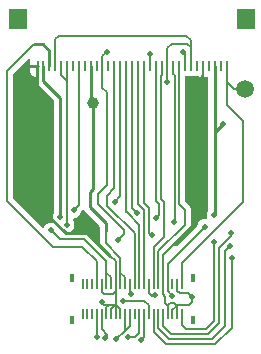
<source format=gbr>
%TF.GenerationSoftware,KiCad,Pcbnew,6.0.7-f9a2dced07~116~ubuntu20.04.1*%
%TF.CreationDate,2022-09-27T22:25:40+02:00*%
%TF.ProjectId,S3-44-to-33-FPC,53332d34-342d-4746-9f2d-33332d465043,1.0*%
%TF.SameCoordinates,Original*%
%TF.FileFunction,Copper,L1,Top*%
%TF.FilePolarity,Positive*%
%FSLAX46Y46*%
G04 Gerber Fmt 4.6, Leading zero omitted, Abs format (unit mm)*
G04 Created by KiCad (PCBNEW 6.0.7-f9a2dced07~116~ubuntu20.04.1) date 2022-09-27 22:25:40*
%MOMM*%
%LPD*%
G01*
G04 APERTURE LIST*
%TA.AperFunction,SMDPad,CuDef*%
%ADD10R,0.254000X0.812800*%
%TD*%
%TA.AperFunction,SMDPad,CuDef*%
%ADD11R,1.524000X1.701800*%
%TD*%
%TA.AperFunction,SMDPad,CuDef*%
%ADD12C,1.500000*%
%TD*%
%TA.AperFunction,SMDPad,CuDef*%
%ADD13C,1.000000*%
%TD*%
%TA.AperFunction,SMDPad,CuDef*%
%ADD14R,0.127000X0.863600*%
%TD*%
%TA.AperFunction,SMDPad,CuDef*%
%ADD15R,0.330200X0.711200*%
%TD*%
%TA.AperFunction,ViaPad*%
%ADD16C,0.500000*%
%TD*%
%TA.AperFunction,Conductor*%
%ADD17C,0.200000*%
%TD*%
%TA.AperFunction,Conductor*%
%ADD18C,0.250000*%
%TD*%
G04 APERTURE END LIST*
D10*
%TO.P,J1,1,VNEG*%
%TO.N,/-15V*%
X121574999Y-94415650D03*
%TO.P,J1,2,NC*%
%TO.N,unconnected-(J1-Pad2)*%
X121075000Y-94415650D03*
%TO.P,J1,3,VPOS*%
%TO.N,/15V*%
X120574999Y-94415650D03*
%TO.P,J1,4,NC*%
%TO.N,unconnected-(J1-Pad4)*%
X120075000Y-94415650D03*
%TO.P,J1,5,VSS*%
%TO.N,GND*%
X119574998Y-94415650D03*
%TO.P,J1,6,NC*%
%TO.N,unconnected-(J1-Pad6)*%
X119074999Y-94415650D03*
%TO.P,J1,7,VDD*%
%TO.N,EPD_VDD*%
X118575000Y-94415650D03*
%TO.P,J1,8,CKH*%
%TO.N,/EP_CKH*%
X118074999Y-94415650D03*
%TO.P,J1,9,LEH*%
%TO.N,/EP_LE*%
X117575000Y-94415650D03*
%TO.P,J1,10,OEH*%
%TO.N,/EP_OE*%
X117074998Y-94415650D03*
%TO.P,J1,11,RL*%
%TO.N,EPD_VDD*%
X116574999Y-94415650D03*
%TO.P,J1,12,STH*%
%TO.N,/EP_STH*%
X116075000Y-94415650D03*
%TO.P,J1,13,D0*%
%TO.N,/EP_D0*%
X115574999Y-94415650D03*
%TO.P,J1,14,D1*%
%TO.N,/EP_D1*%
X115075000Y-94415650D03*
%TO.P,J1,15,D2*%
%TO.N,/EP_D2*%
X114574998Y-94415650D03*
%TO.P,J1,16,D3*%
%TO.N,/EP_D3*%
X114074999Y-94415650D03*
%TO.P,J1,17,D4*%
%TO.N,/EP_D4*%
X113575000Y-94415650D03*
%TO.P,J1,18,D5*%
%TO.N,/EP_D5*%
X113074998Y-94415650D03*
%TO.P,J1,19,D6*%
%TO.N,/EP_D6*%
X112574999Y-94415650D03*
%TO.P,J1,20,D7*%
%TO.N,/EP_D7*%
X112075000Y-94415650D03*
%TO.P,J1,21,NC*%
%TO.N,unconnected-(J1-Pad21)*%
X111574999Y-94415650D03*
%TO.P,J1,22,VCOM*%
%TO.N,/EP_VCOM*%
X111075000Y-94415650D03*
%TO.P,J1,23,NC*%
%TO.N,unconnected-(J1-Pad23)*%
X110574998Y-94415650D03*
%TO.P,J1,24,VGG*%
%TO.N,/+22V*%
X110074999Y-94415650D03*
%TO.P,J1,25,NC*%
%TO.N,unconnected-(J1-Pad25)*%
X109575000Y-94415650D03*
%TO.P,J1,26,VEE*%
%TO.N,/-20V*%
X109074999Y-94415650D03*
%TO.P,J1,27,NC*%
%TO.N,unconnected-(J1-Pad27)*%
X108575000Y-94415650D03*
%TO.P,J1,28,MODE2*%
%TO.N,/EP_MODE*%
X108074998Y-94415650D03*
%TO.P,J1,29,MODE1*%
X107574999Y-94415650D03*
%TO.P,J1,30,UD*%
%TO.N,EPD_VDD*%
X107075000Y-94415650D03*
%TO.P,J1,31,STV*%
%TO.N,/EP_STV*%
X106574999Y-94415650D03*
%TO.P,J1,32,CKV*%
%TO.N,/EP_CKV*%
X106075000Y-94415650D03*
%TO.P,J1,33,BORDER*%
%TO.N,GND*%
X105574998Y-94415650D03*
D11*
%TO.P,J1,34,CASE_1*%
%TO.N,unconnected-(J1-Pad34)*%
X103923000Y-90402450D03*
%TO.P,J1,35,CASE_2*%
%TO.N,unconnected-(J1-Pad35)*%
X123227000Y-90402450D03*
%TD*%
D12*
%TO.P,T-15,1,1*%
%TO.N,/-15V*%
X123175000Y-96350000D03*
%TD*%
D13*
%TO.P,T+22,1,1*%
%TO.N,/+22V*%
X110250000Y-97525000D03*
%TD*%
D14*
%TO.P,J2,1,1*%
%TO.N,/-15V*%
X117799999Y-112880000D03*
%TO.P,J2,2,2*%
%TO.N,/15V*%
X117799999Y-115420000D03*
%TO.P,J2,3,3*%
%TO.N,GND*%
X117400000Y-112880000D03*
%TO.P,J2,4,4*%
X117400000Y-115420000D03*
%TO.P,J2,5,5*%
%TO.N,unconnected-(J2-Pad5)*%
X116999998Y-112880000D03*
%TO.P,J2,6,6*%
%TO.N,GND*%
X116999998Y-115420000D03*
%TO.P,J2,7,7*%
%TO.N,EPD_VDD*%
X116599999Y-112880000D03*
%TO.P,J2,8,8*%
%TO.N,GND*%
X116599999Y-115420000D03*
%TO.P,J2,9,9*%
X116200000Y-112880000D03*
%TO.P,J2,10,10*%
%TO.N,/EP_CKH*%
X116200000Y-115420000D03*
%TO.P,J2,11,11*%
%TO.N,/EP_LE*%
X115800001Y-112880000D03*
%TO.P,J2,12,12*%
%TO.N,/EP_OE*%
X115800001Y-115420000D03*
%TO.P,J2,13,13*%
%TO.N,/EP_STH*%
X115399999Y-112880000D03*
%TO.P,J2,14,14*%
%TO.N,/EP_D0*%
X115399999Y-115420000D03*
%TO.P,J2,15,15*%
%TO.N,/EP_D1*%
X115000000Y-112880000D03*
%TO.P,J2,16,16*%
%TO.N,/EP_D2*%
X115000000Y-115420000D03*
%TO.P,J2,17,17*%
%TO.N,/EP_D3*%
X114600001Y-112880000D03*
%TO.P,J2,18,18*%
%TO.N,/EP_D4*%
X114600001Y-115420000D03*
%TO.P,J2,19,19*%
%TO.N,/EP_D5*%
X114199999Y-112880000D03*
%TO.P,J2,20,20*%
%TO.N,/EP_D6*%
X114199999Y-115420000D03*
%TO.P,J2,21,21*%
%TO.N,/EP_D7*%
X113800000Y-112880000D03*
%TO.P,J2,22,22*%
%TO.N,unconnected-(J2-Pad22)*%
X113800000Y-115420000D03*
%TO.P,J2,23,23*%
%TO.N,EPD_VDD*%
X113400000Y-112880000D03*
%TO.P,J2,24,24*%
%TO.N,/EP_VCOM*%
X113400000Y-115420000D03*
%TO.P,J2,25,25*%
%TO.N,/+22V*%
X113000001Y-112880000D03*
%TO.P,J2,26,26*%
%TO.N,/EP_VCOM*%
X113000001Y-115420000D03*
%TO.P,J2,27,27*%
%TO.N,/+22V*%
X112599999Y-112880000D03*
%TO.P,J2,28,28*%
%TO.N,GND*%
X112599999Y-115420000D03*
%TO.P,J2,29,29*%
X112200000Y-112880000D03*
%TO.P,J2,30,30*%
X112200000Y-115420000D03*
%TO.P,J2,31,31*%
%TO.N,/-20V*%
X111800001Y-112880000D03*
%TO.P,J2,32,32*%
%TO.N,GND*%
X111800001Y-115420000D03*
%TO.P,J2,33,33*%
%TO.N,/-20V*%
X111399999Y-112880000D03*
%TO.P,J2,34,34*%
%TO.N,GND*%
X111399999Y-115420000D03*
%TO.P,J2,35,35*%
X111000000Y-112880000D03*
%TO.P,J2,36,36*%
%TO.N,/EP_CKV*%
X111000000Y-115420000D03*
%TO.P,J2,37,37*%
%TO.N,/EP_STV*%
X110600001Y-112880000D03*
%TO.P,J2,38,38*%
%TO.N,/EP_MODE*%
X110600001Y-115420000D03*
%TO.P,J2,39,39*%
%TO.N,unconnected-(J2-Pad39)*%
X110199999Y-112880000D03*
%TO.P,J2,40,40*%
%TO.N,unconnected-(J2-Pad40)*%
X110199999Y-115420000D03*
%TO.P,J2,41,41*%
%TO.N,unconnected-(J2-Pad41)*%
X109800000Y-112880000D03*
%TO.P,J2,42,42*%
%TO.N,unconnected-(J2-Pad42)*%
X109800000Y-115420000D03*
%TO.P,J2,43,43*%
%TO.N,unconnected-(J2-Pad43)*%
X109400001Y-112880000D03*
%TO.P,J2,44,44*%
%TO.N,unconnected-(J2-Pad44)*%
X109400001Y-115420000D03*
D15*
%TO.P,J2,45*%
%TO.N,N/C*%
X108500000Y-112370000D03*
%TO.P,J2,46*%
X118700000Y-112370000D03*
%TO.P,J2,47*%
X108500000Y-115930000D03*
%TO.P,J2,48*%
X118700000Y-115930000D03*
%TD*%
D16*
%TO.N,/15V*%
X121300000Y-99300000D03*
X120549999Y-107025001D03*
%TO.N,/EP_VCOM*%
X111425000Y-93250000D03*
%TO.N,GND*%
X111025000Y-114425000D03*
X118650000Y-114000000D03*
%TO.N,/EP_CKV*%
X111325000Y-117450000D03*
X107500000Y-107225000D03*
%TO.N,EPD_VDD*%
X119750000Y-108000000D03*
X113525000Y-113725000D03*
X117000000Y-113875000D03*
X116550000Y-95725000D03*
%TO.N,/EP_MODE*%
X108050000Y-107825000D03*
X110600000Y-117375000D03*
%TO.N,/-20V*%
X106725000Y-108325000D03*
X108625000Y-106625000D03*
%TO.N,/EP_VCOM*%
X112425000Y-109150000D03*
X112250000Y-117550000D03*
%TO.N,/EP_D6*%
X112100000Y-105925000D03*
X113250000Y-117375000D03*
%TO.N,/EP_D4*%
X114025000Y-106875000D03*
X114375000Y-117600000D03*
%TO.N,/EP_D2*%
X115250000Y-108725000D03*
X112850000Y-114275000D03*
%TO.N,/EP_D1*%
X115525000Y-113825000D03*
X115075000Y-93375000D03*
%TO.N,/EP_D0*%
X115575000Y-107300000D03*
X122000000Y-110700000D03*
%TO.N,/EP_OE*%
X121875000Y-109675000D03*
X117150000Y-107575000D03*
%TO.N,/EP_CKH*%
X117875000Y-93225000D03*
X121950000Y-108550000D03*
%TO.N,/15V*%
X120550000Y-109300000D03*
%TD*%
D17*
%TO.N,/+22V*%
X111350000Y-109425000D02*
X111350000Y-108400000D01*
X111350000Y-108400000D02*
X111350000Y-108050000D01*
D18*
X110250000Y-97525000D02*
X110250000Y-104800000D01*
X110250000Y-104800000D02*
X110000000Y-105050000D01*
X110000000Y-105050000D02*
X110000000Y-106375000D01*
X110000000Y-106375000D02*
X111350000Y-107725000D01*
X111350000Y-107725000D02*
X111350000Y-108400000D01*
X110074999Y-94415650D02*
X110074999Y-97349999D01*
X110074999Y-97349999D02*
X110250000Y-97525000D01*
D17*
%TO.N,/EP_VCOM*%
X111075000Y-94415650D02*
X111075000Y-96250000D01*
X111075000Y-96250000D02*
X111425000Y-96600000D01*
X111425000Y-96600000D02*
X111425000Y-104500000D01*
X111425000Y-104500000D02*
X110700000Y-105225000D01*
X110700000Y-105225000D02*
X110700000Y-106050000D01*
X110700000Y-106050000D02*
X112925001Y-108275001D01*
X112925001Y-108275001D02*
X112925001Y-108649999D01*
X112925001Y-108649999D02*
X112425000Y-109150000D01*
%TO.N,/EP_D7*%
X112075000Y-94415650D02*
X112075000Y-104750000D01*
X112075000Y-104750000D02*
X111450000Y-105375000D01*
X111450000Y-105375000D02*
X111450000Y-106225000D01*
X111450000Y-106225000D02*
X113800000Y-108575000D01*
X113800000Y-108575000D02*
X113800000Y-112880000D01*
D18*
%TO.N,/EP_CKV*%
X106075000Y-94415650D02*
X106075000Y-95675000D01*
X106075000Y-95675000D02*
X107500000Y-97100000D01*
X107500000Y-97100000D02*
X107500000Y-107225000D01*
D17*
%TO.N,/EP_STV*%
X110600001Y-112880000D02*
X110600001Y-110950001D01*
X110600001Y-110950001D02*
X109350000Y-109700000D01*
X103025000Y-105875000D02*
X103025000Y-94800000D01*
X109350000Y-109700000D02*
X106850000Y-109700000D01*
X106850000Y-109700000D02*
X103025000Y-105875000D01*
X103025000Y-94800000D02*
X105275000Y-92550000D01*
D18*
%TO.N,/15V*%
X120574999Y-100049999D02*
X120574999Y-107000001D01*
X120574999Y-94415650D02*
X120574999Y-100049999D01*
X121300000Y-99300000D02*
X120574999Y-100025001D01*
X120574999Y-100025001D02*
X120574999Y-100049999D01*
D17*
%TO.N,/-15V*%
X121574999Y-95724999D02*
X121574999Y-97675001D01*
X122975000Y-105950000D02*
X117799999Y-111125001D01*
X121574999Y-97675001D02*
X122975000Y-99075002D01*
X122975000Y-99075002D02*
X122975000Y-105950000D01*
X117799999Y-111125001D02*
X117799999Y-112880000D01*
X121574999Y-95724999D02*
X121574999Y-94415650D01*
X122200000Y-96350000D02*
X123175000Y-96350000D01*
X121574999Y-95724999D02*
X122200000Y-96350000D01*
D18*
%TO.N,/15V*%
X120574999Y-107000001D02*
X120549999Y-107025001D01*
D17*
%TO.N,GND*%
X119574998Y-97325002D02*
X119549998Y-97350002D01*
X119549998Y-97350002D02*
X119549998Y-107025002D01*
%TO.N,/EP_OE*%
X117074998Y-94415650D02*
X117074998Y-95074998D01*
X117074998Y-95074998D02*
X117175000Y-95175000D01*
X117175000Y-107550000D02*
X117150000Y-107575000D01*
X117175000Y-95175000D02*
X117175000Y-107550000D01*
%TO.N,/EP_LE*%
X117575000Y-94415650D02*
X117575000Y-106100000D01*
X117575000Y-106100000D02*
X118075000Y-106600000D01*
X115800001Y-110099999D02*
X115800001Y-112880000D01*
X118075000Y-106600000D02*
X118075000Y-107825000D01*
X118075000Y-107825000D02*
X115800001Y-110099999D01*
%TO.N,/EP_D0*%
X115574999Y-105849999D02*
X115850000Y-106125000D01*
%TO.N,/EP_STH*%
X116075000Y-94415650D02*
X116075000Y-95125000D01*
X116075000Y-95125000D02*
X116000000Y-95200000D01*
X116000000Y-95200000D02*
X116000000Y-105700000D01*
X116000000Y-105700000D02*
X116250000Y-105950000D01*
%TO.N,/EP_D0*%
X115574999Y-94415650D02*
X115574999Y-105849999D01*
%TO.N,/EP_D2*%
X114549998Y-105974998D02*
X114812500Y-106237500D01*
X114812500Y-106237500D02*
X114975000Y-106400000D01*
X114574998Y-94415650D02*
X114574998Y-105999998D01*
X114574998Y-105999998D02*
X114812500Y-106237500D01*
%TO.N,/EP_D3*%
X114600001Y-106625001D02*
X114412500Y-106437500D01*
X114412500Y-106437500D02*
X114049999Y-106074999D01*
X114074999Y-94415650D02*
X114074999Y-106099999D01*
X114074999Y-106099999D02*
X114412500Y-106437500D01*
%TO.N,/EP_D4*%
X113550000Y-106400000D02*
X113675000Y-106525000D01*
X113675000Y-106525000D02*
X114025000Y-106875000D01*
X113575000Y-94415650D02*
X113575000Y-106425000D01*
X113575000Y-106425000D02*
X113675000Y-106525000D01*
%TO.N,/EP_D5*%
X114199999Y-107849999D02*
X113212500Y-106862500D01*
X113212500Y-106862500D02*
X113049998Y-106699998D01*
X113074998Y-94415650D02*
X113074998Y-106724998D01*
X113074998Y-106724998D02*
X113212500Y-106862500D01*
%TO.N,/EP_D6*%
X112574999Y-94415650D02*
X112574999Y-105450001D01*
X112574999Y-105450001D02*
X112100000Y-105925000D01*
%TO.N,/EP_VCOM*%
X111075000Y-93600000D02*
X111425000Y-93250000D01*
X111075000Y-94415650D02*
X111075000Y-93600000D01*
%TO.N,/-20V*%
X109074999Y-94415650D02*
X109074999Y-106175001D01*
X109074999Y-106175001D02*
X108625000Y-106625000D01*
%TO.N,/EP_MODE*%
X108075000Y-95675000D02*
X108075000Y-107800000D01*
X108075000Y-107800000D02*
X108050000Y-107825000D01*
D18*
%TO.N,GND*%
X105500000Y-106100000D02*
X105637500Y-106237500D01*
X105637500Y-106237500D02*
X107950000Y-108550000D01*
X105574998Y-94415650D02*
X105525000Y-94465648D01*
X105525000Y-94465648D02*
X105525000Y-106125000D01*
X105525000Y-106125000D02*
X105637500Y-106237500D01*
D17*
X116999998Y-115075002D02*
X117350000Y-114725000D01*
X116599999Y-114675001D02*
X116599999Y-114725001D01*
X117600000Y-113625000D02*
X118275000Y-113625000D01*
X117400000Y-114775000D02*
X117350000Y-114725000D01*
X116375000Y-114500002D02*
X116599999Y-114725001D01*
X118437500Y-114637500D02*
X117262500Y-114637500D01*
X117262500Y-114637500D02*
X117100000Y-114475000D01*
X112200000Y-114600000D02*
X112200000Y-115420000D01*
X116375000Y-113925000D02*
X116375000Y-114500002D01*
X111200000Y-114600000D02*
X111025000Y-114425000D01*
X112200000Y-110950000D02*
X111725001Y-110475001D01*
X111850000Y-114600000D02*
X111625000Y-114600000D01*
D18*
X107950000Y-108550000D02*
X109800000Y-108550000D01*
D17*
X111800001Y-114974999D02*
X112175000Y-114600000D01*
X111925000Y-113700000D02*
X112200000Y-113425000D01*
X118650000Y-114000000D02*
X118650000Y-114425000D01*
X111850000Y-114600000D02*
X111200000Y-114600000D01*
X116200000Y-112880000D02*
X116200000Y-113750000D01*
X116800000Y-114475000D02*
X116599999Y-114675001D01*
X117350000Y-114725000D02*
X117262500Y-114637500D01*
X117400000Y-113425000D02*
X117600000Y-113625000D01*
X112599999Y-115420000D02*
X112599999Y-114999999D01*
X116599999Y-114725001D02*
X116599999Y-115420000D01*
X112200000Y-114600000D02*
X111850000Y-114600000D01*
X118275000Y-113625000D02*
X118650000Y-114000000D01*
D18*
X109800000Y-108550000D02*
X111725001Y-110475001D01*
D17*
X111175000Y-113700000D02*
X111925000Y-113700000D01*
X112200000Y-112880000D02*
X112200000Y-110950000D01*
X119574998Y-97325002D02*
X119574998Y-94415650D01*
X112599999Y-114999999D02*
X112200000Y-114600000D01*
X112175000Y-114600000D02*
X112200000Y-114600000D01*
X111000000Y-112880000D02*
X111000000Y-113525000D01*
X111625000Y-114600000D02*
X111399999Y-114825001D01*
X116200000Y-110375000D02*
X119549998Y-107025002D01*
X117400000Y-112880000D02*
X117400000Y-113425000D01*
X111000000Y-113525000D02*
X111175000Y-113700000D01*
X112200000Y-112880000D02*
X112200000Y-113425000D01*
X111399999Y-114825001D02*
X111399999Y-115420000D01*
X117400000Y-115420000D02*
X117400000Y-114775000D01*
X111800001Y-115420000D02*
X111800001Y-114974999D01*
X116200000Y-112880000D02*
X116200000Y-110375000D01*
X112200000Y-113425000D02*
X112200000Y-114600000D01*
X118650000Y-114425000D02*
X118437500Y-114637500D01*
X117100000Y-114475000D02*
X116800000Y-114475000D01*
X116200000Y-113750000D02*
X116375000Y-113925000D01*
X116999998Y-115420000D02*
X116999998Y-115075002D01*
%TO.N,/EP_CKV*%
X111325000Y-117450000D02*
X111475000Y-117300000D01*
X111475000Y-117150000D02*
X111000000Y-116675000D01*
X111475000Y-117300000D02*
X111475000Y-117150000D01*
X111000000Y-116675000D02*
X111000000Y-115420000D01*
D18*
%TO.N,/EP_STV*%
X106000000Y-92550000D02*
X106574999Y-93124999D01*
X106000000Y-92550000D02*
X105275000Y-92550000D01*
X106574999Y-93124999D02*
X106574999Y-94415650D01*
D17*
%TO.N,EPD_VDD*%
X116574999Y-94415650D02*
X116574999Y-95700001D01*
X118575000Y-92825000D02*
X118575000Y-94415650D01*
X107400000Y-91825000D02*
X118175000Y-91825000D01*
X116574999Y-94415650D02*
X116574999Y-92900001D01*
X116599999Y-111150001D02*
X116599999Y-112880000D01*
X116574999Y-92900001D02*
X116975000Y-92500000D01*
X116599999Y-113474999D02*
X117000000Y-113875000D01*
X113400000Y-113600000D02*
X113525000Y-113725000D01*
X116975000Y-92500000D02*
X118250000Y-92500000D01*
X119750000Y-108000000D02*
X116599999Y-111150001D01*
X116599999Y-112880000D02*
X116599999Y-113474999D01*
X118250000Y-92500000D02*
X118575000Y-92825000D01*
X118575000Y-92225000D02*
X118575000Y-92825000D01*
X107075000Y-92150000D02*
X107400000Y-91825000D01*
X113400000Y-112880000D02*
X113400000Y-113600000D01*
X107075000Y-94415650D02*
X107075000Y-92150000D01*
X118175000Y-91825000D02*
X118575000Y-92225000D01*
%TO.N,/EP_MODE*%
X108075000Y-95675000D02*
X108075000Y-94415652D01*
X107574999Y-95174999D02*
X108075000Y-95675000D01*
X108075000Y-94415652D02*
X108074998Y-94415650D01*
X107574999Y-94415650D02*
X107574999Y-95174999D01*
X110600000Y-117375000D02*
X110600001Y-115420000D01*
%TO.N,/-20V*%
X106725000Y-108325000D02*
X107475000Y-109075000D01*
X111800001Y-112300001D02*
X111400000Y-111900000D01*
X111800001Y-112880000D02*
X111800001Y-112300001D01*
X109525000Y-109075000D02*
X111400000Y-110950000D01*
X111400000Y-110950000D02*
X111400000Y-111900000D01*
X107475000Y-109075000D02*
X109525000Y-109075000D01*
X111400000Y-111900000D02*
X111399999Y-112880000D01*
%TO.N,/+22V*%
X112599999Y-111899999D02*
X112599999Y-110674999D01*
X113000001Y-112880000D02*
X113000001Y-112300001D01*
X112599999Y-110674999D02*
X111350000Y-109425000D01*
X113000001Y-112300001D02*
X112599999Y-111899999D01*
X111350000Y-108050000D02*
X111375000Y-108025000D01*
X112599999Y-112880000D02*
X112599999Y-111899999D01*
%TO.N,/EP_VCOM*%
X113000001Y-116799999D02*
X112250000Y-117550000D01*
X113400000Y-115420000D02*
X113400000Y-116400000D01*
X113400000Y-116400000D02*
X113000001Y-116799999D01*
X113000001Y-115420000D02*
X113000001Y-116799999D01*
%TO.N,/EP_D6*%
X114199999Y-116975001D02*
X113800000Y-117375000D01*
X114199999Y-115420000D02*
X114199999Y-116975001D01*
X113800000Y-117375000D02*
X113250000Y-117375000D01*
%TO.N,/EP_D5*%
X114199999Y-112880000D02*
X114199999Y-107849999D01*
%TO.N,/EP_D4*%
X114600001Y-117374999D02*
X114600001Y-115420000D01*
X114375000Y-117600000D02*
X114600001Y-117374999D01*
%TO.N,/EP_D3*%
X114600001Y-112880000D02*
X114600001Y-106625001D01*
%TO.N,/EP_D2*%
X115000000Y-108525000D02*
X115200000Y-108725000D01*
X112850000Y-114275000D02*
X114600000Y-114275000D01*
X114600000Y-114275000D02*
X115000000Y-114675000D01*
X115200000Y-108725000D02*
X115250000Y-108725000D01*
X115000000Y-114675000D02*
X115000000Y-115420000D01*
X115000000Y-106425000D02*
X115000000Y-108525000D01*
X114975000Y-106400000D02*
X115000000Y-106425000D01*
%TO.N,/EP_D1*%
X115000000Y-113625000D02*
X115000000Y-112880000D01*
X115075000Y-94415650D02*
X115075000Y-93375000D01*
X115525000Y-113825000D02*
X115500000Y-113850000D01*
X115500000Y-113850000D02*
X115225000Y-113850000D01*
X115225000Y-113850000D02*
X115000000Y-113625000D01*
%TO.N,/EP_D0*%
X115850000Y-106125000D02*
X115850000Y-107025000D01*
X116450000Y-117975000D02*
X120625000Y-117975000D01*
X120625000Y-117975000D02*
X122000000Y-116600000D01*
X115399999Y-116924999D02*
X116450000Y-117975000D01*
X115850000Y-107025000D02*
X115575000Y-107300000D01*
X115399999Y-115420000D02*
X115399999Y-116924999D01*
X122000000Y-116600000D02*
X122000000Y-110700000D01*
%TO.N,/EP_STH*%
X115399999Y-109750001D02*
X116250000Y-108900000D01*
X115399999Y-112880000D02*
X115399999Y-109750001D01*
X116250000Y-108900000D02*
X116250000Y-105950000D01*
%TO.N,/EP_OE*%
X115800001Y-116625001D02*
X116700000Y-117525000D01*
X121450000Y-110100000D02*
X121875000Y-109675000D01*
X115800001Y-115420000D02*
X115800001Y-116625001D01*
X121450000Y-116425000D02*
X121450000Y-110375000D01*
X116700000Y-117525000D02*
X120350000Y-117525000D01*
X121350000Y-116525000D02*
X121450000Y-116425000D01*
X120350000Y-117525000D02*
X121350000Y-116525000D01*
X121450000Y-110375000D02*
X121450000Y-110100000D01*
%TO.N,/EP_CKH*%
X120025000Y-117125000D02*
X120950000Y-116200000D01*
X121950000Y-108775000D02*
X121950000Y-108550000D01*
X116200000Y-116425000D02*
X116900000Y-117125000D01*
X118074999Y-93424999D02*
X118074999Y-94415650D01*
X116900000Y-117125000D02*
X120025000Y-117125000D01*
X117875000Y-93225000D02*
X118074999Y-93424999D01*
X120950000Y-109775000D02*
X121950000Y-108775000D01*
X120950000Y-116200000D02*
X120950000Y-109775000D01*
X116200000Y-115420000D02*
X116200000Y-116425000D01*
%TO.N,/15V*%
X118125000Y-116700000D02*
X119850000Y-116700000D01*
X117799999Y-115420000D02*
X117799999Y-116374999D01*
X120550000Y-116000000D02*
X120550000Y-109300000D01*
X119850000Y-116700000D02*
X120550000Y-116000000D01*
X117799999Y-116374999D02*
X118125000Y-116700000D01*
%TD*%
%TA.AperFunction,Conductor*%
%TO.N,GND*%
G36*
X119619091Y-95075598D02*
G01*
X119664095Y-95104537D01*
X119665093Y-95105535D01*
X119699119Y-95167847D01*
X119701998Y-95194630D01*
X119701998Y-95311934D01*
X119706473Y-95327173D01*
X119707863Y-95328378D01*
X119715546Y-95330049D01*
X119746667Y-95330049D01*
X119753488Y-95329679D01*
X119804350Y-95324155D01*
X119819605Y-95320528D01*
X119879270Y-95298161D01*
X119950077Y-95292978D01*
X120012446Y-95326899D01*
X120046575Y-95389155D01*
X120049499Y-95416143D01*
X120049499Y-99990540D01*
X120048809Y-100003711D01*
X120044820Y-100041663D01*
X120046252Y-100050129D01*
X120046252Y-100050132D01*
X120047735Y-100058899D01*
X120049499Y-100079911D01*
X120049499Y-106565942D01*
X120026586Y-106638393D01*
X119983987Y-106699005D01*
X119972500Y-106715349D01*
X119915308Y-106862040D01*
X119914317Y-106869569D01*
X119904143Y-106946849D01*
X119894757Y-107018139D01*
X119912034Y-107174634D01*
X119914644Y-107181767D01*
X119916379Y-107189164D01*
X119914741Y-107189548D01*
X119918770Y-107251242D01*
X119884360Y-107313343D01*
X119821839Y-107346982D01*
X119795162Y-107349696D01*
X119674684Y-107349065D01*
X119667305Y-107350837D01*
X119667301Y-107350837D01*
X119528967Y-107384048D01*
X119528963Y-107384049D01*
X119521588Y-107385820D01*
X119381679Y-107458032D01*
X119375957Y-107463024D01*
X119375955Y-107463025D01*
X119268759Y-107556538D01*
X119268756Y-107556541D01*
X119263034Y-107561533D01*
X119258667Y-107567747D01*
X119182421Y-107676234D01*
X119172501Y-107690348D01*
X119169740Y-107697430D01*
X119129923Y-107799557D01*
X119115309Y-107837039D01*
X119114318Y-107844564D01*
X119114317Y-107844569D01*
X119107271Y-107898093D01*
X119078549Y-107963020D01*
X119071444Y-107970742D01*
X117439839Y-109602347D01*
X117377527Y-109636373D01*
X117350244Y-109639251D01*
X117320566Y-109639133D01*
X117272559Y-109638943D01*
X117204520Y-109618671D01*
X117158240Y-109564831D01*
X117148415Y-109494518D01*
X117178163Y-109430055D01*
X117183965Y-109423849D01*
X118379280Y-108228534D01*
X118388624Y-108221068D01*
X118388292Y-108220678D01*
X118395128Y-108214860D01*
X118402720Y-108210070D01*
X118417004Y-108193897D01*
X118437755Y-108170400D01*
X118443102Y-108164712D01*
X118454320Y-108153494D01*
X118458131Y-108148409D01*
X118460450Y-108145316D01*
X118466832Y-108137477D01*
X118491682Y-108109339D01*
X118497623Y-108102612D01*
X118501437Y-108094489D01*
X118503508Y-108091336D01*
X118511327Y-108078324D01*
X118513143Y-108075006D01*
X118518526Y-108067824D01*
X118534858Y-108024259D01*
X118538783Y-108014944D01*
X118558553Y-107972837D01*
X118559935Y-107963964D01*
X118561042Y-107960342D01*
X118564891Y-107945672D01*
X118565702Y-107941983D01*
X118568852Y-107933581D01*
X118569517Y-107924636D01*
X118569519Y-107924626D01*
X118572302Y-107887172D01*
X118573452Y-107877145D01*
X118575500Y-107863991D01*
X118575500Y-107848797D01*
X118575846Y-107839460D01*
X118578811Y-107799557D01*
X118579476Y-107790609D01*
X118577603Y-107781833D01*
X118576992Y-107772876D01*
X118576998Y-107772876D01*
X118575500Y-107758683D01*
X118575500Y-106670181D01*
X118576828Y-106658296D01*
X118576318Y-106658255D01*
X118577038Y-106649309D01*
X118579019Y-106640553D01*
X118575742Y-106587736D01*
X118575500Y-106579933D01*
X118575500Y-106564060D01*
X118574052Y-106553948D01*
X118573022Y-106543894D01*
X118570697Y-106506425D01*
X118570141Y-106497462D01*
X118567093Y-106489018D01*
X118566324Y-106485306D01*
X118562657Y-106470601D01*
X118561596Y-106466973D01*
X118560323Y-106458082D01*
X118541061Y-106415718D01*
X118537254Y-106406363D01*
X118524509Y-106371057D01*
X118524507Y-106371053D01*
X118521460Y-106362613D01*
X118516165Y-106355365D01*
X118514389Y-106352025D01*
X118506726Y-106338911D01*
X118504697Y-106335739D01*
X118500984Y-106327572D01*
X118495129Y-106320777D01*
X118495127Y-106320774D01*
X118470613Y-106292325D01*
X118464324Y-106284404D01*
X118459352Y-106277598D01*
X118456478Y-106273664D01*
X118445735Y-106262921D01*
X118439377Y-106256074D01*
X118413259Y-106225763D01*
X118407400Y-106218963D01*
X118399866Y-106214080D01*
X118393104Y-106208181D01*
X118393108Y-106208176D01*
X118382014Y-106199200D01*
X118112405Y-105929591D01*
X118078379Y-105867279D01*
X118075500Y-105840496D01*
X118075500Y-95348549D01*
X118095502Y-95280428D01*
X118149158Y-95233935D01*
X118201500Y-95222549D01*
X118233517Y-95222549D01*
X118238408Y-95221774D01*
X118238413Y-95221774D01*
X118305290Y-95211183D01*
X118344708Y-95211183D01*
X118406074Y-95220902D01*
X118416481Y-95222550D01*
X118574984Y-95222550D01*
X118733518Y-95222549D01*
X118738412Y-95221774D01*
X118805288Y-95211183D01*
X118844707Y-95211183D01*
X118907988Y-95221205D01*
X118916480Y-95222550D01*
X118927296Y-95222550D01*
X119093284Y-95222549D01*
X119161403Y-95242551D01*
X119168849Y-95247724D01*
X119194349Y-95266836D01*
X119209944Y-95275374D01*
X119330392Y-95320528D01*
X119345647Y-95324155D01*
X119396512Y-95329681D01*
X119403326Y-95330050D01*
X119429883Y-95330050D01*
X119445122Y-95325575D01*
X119446327Y-95324185D01*
X119447998Y-95316502D01*
X119447998Y-95194633D01*
X119468000Y-95126512D01*
X119484943Y-95105498D01*
X119485949Y-95104492D01*
X119548278Y-95070498D01*
X119619091Y-95075598D01*
G37*
%TD.AperFunction*%
%TA.AperFunction,Conductor*%
G36*
X109476764Y-106585216D02*
G01*
X109533600Y-106627763D01*
X109540509Y-106638003D01*
X109542868Y-106641899D01*
X109546280Y-106649783D01*
X109551682Y-106656455D01*
X109551685Y-106656459D01*
X109554992Y-106660542D01*
X109567480Y-106679126D01*
X109574153Y-106691263D01*
X109580836Y-106699005D01*
X109604040Y-106722209D01*
X109612865Y-106732009D01*
X109636888Y-106761675D01*
X109651144Y-106771806D01*
X109667244Y-106785413D01*
X110787595Y-107905764D01*
X110821621Y-107968076D01*
X110824500Y-107994859D01*
X110824500Y-108436070D01*
X110825082Y-108440315D01*
X110825082Y-108440322D01*
X110830718Y-108481465D01*
X110839099Y-108542646D01*
X110842512Y-108550532D01*
X110844821Y-108558804D01*
X110842607Y-108559422D01*
X110849500Y-108592775D01*
X110849500Y-109354819D01*
X110848172Y-109366704D01*
X110848682Y-109366745D01*
X110847962Y-109375691D01*
X110845981Y-109384447D01*
X110846537Y-109393407D01*
X110846415Y-109394922D01*
X110821014Y-109461219D01*
X110763803Y-109503259D01*
X110692945Y-109507695D01*
X110631726Y-109473913D01*
X109928531Y-108770717D01*
X109921068Y-108761376D01*
X109920678Y-108761708D01*
X109914860Y-108754872D01*
X109910070Y-108747280D01*
X109870398Y-108712243D01*
X109864711Y-108706897D01*
X109853494Y-108695680D01*
X109849905Y-108692990D01*
X109845316Y-108689550D01*
X109837477Y-108683168D01*
X109809339Y-108658318D01*
X109802612Y-108652377D01*
X109794489Y-108648563D01*
X109791336Y-108646492D01*
X109778324Y-108638673D01*
X109775005Y-108636856D01*
X109767824Y-108631474D01*
X109724261Y-108615143D01*
X109714947Y-108611217D01*
X109680966Y-108595263D01*
X109680963Y-108595262D01*
X109672837Y-108591447D01*
X109663963Y-108590065D01*
X109660350Y-108588961D01*
X109645693Y-108585115D01*
X109641990Y-108584301D01*
X109633580Y-108581148D01*
X109587157Y-108577698D01*
X109577144Y-108576548D01*
X109563991Y-108574500D01*
X109548796Y-108574500D01*
X109539459Y-108574154D01*
X109524036Y-108573008D01*
X109490608Y-108570524D01*
X109481832Y-108572397D01*
X109472875Y-108573008D01*
X109472875Y-108573002D01*
X109458682Y-108574500D01*
X108515654Y-108574500D01*
X108447533Y-108554498D01*
X108401040Y-108500842D01*
X108390936Y-108430568D01*
X108420430Y-108365988D01*
X108433824Y-108352689D01*
X108526574Y-108273474D01*
X108526576Y-108273471D01*
X108532348Y-108268542D01*
X108624224Y-108140683D01*
X108639529Y-108102612D01*
X108663044Y-108044116D01*
X108682950Y-107994598D01*
X108695593Y-107905764D01*
X108704553Y-107842807D01*
X108704553Y-107842804D01*
X108705134Y-107838723D01*
X108705278Y-107825000D01*
X108686363Y-107668694D01*
X108673353Y-107634263D01*
X108633396Y-107528519D01*
X108633394Y-107528516D01*
X108630710Y-107521412D01*
X108597661Y-107473326D01*
X108575500Y-107401958D01*
X108575500Y-107401623D01*
X108595502Y-107333502D01*
X108649158Y-107287009D01*
X108687313Y-107276591D01*
X108693495Y-107276688D01*
X108846968Y-107241538D01*
X108987625Y-107170795D01*
X109016572Y-107146072D01*
X109101574Y-107073474D01*
X109101576Y-107073471D01*
X109107348Y-107068542D01*
X109199224Y-106940683D01*
X109211908Y-106909131D01*
X109255117Y-106801646D01*
X109255118Y-106801644D01*
X109257950Y-106794598D01*
X109267747Y-106725761D01*
X109297148Y-106661138D01*
X109303395Y-106654419D01*
X109343637Y-106614177D01*
X109405949Y-106580151D01*
X109476764Y-106585216D01*
G37*
%TD.AperFunction*%
%TA.AperFunction,Conductor*%
G36*
X104865017Y-93771963D02*
G01*
X104921853Y-93814510D01*
X104946664Y-93881030D01*
X104946248Y-93903627D01*
X104940367Y-93957764D01*
X104939998Y-93964578D01*
X104939998Y-94270535D01*
X104944473Y-94285774D01*
X104945863Y-94286979D01*
X104953546Y-94288650D01*
X105421501Y-94288650D01*
X105489622Y-94308652D01*
X105536115Y-94362308D01*
X105547500Y-94414648D01*
X105547501Y-94416650D01*
X105527499Y-94484771D01*
X105473843Y-94531264D01*
X105421501Y-94542650D01*
X104958114Y-94542650D01*
X104942875Y-94547125D01*
X104941670Y-94548515D01*
X104939999Y-94556198D01*
X104939999Y-94866719D01*
X104940369Y-94873540D01*
X104945893Y-94924402D01*
X104949519Y-94939654D01*
X104994674Y-95060104D01*
X105003212Y-95075699D01*
X105079713Y-95177774D01*
X105092274Y-95190335D01*
X105194349Y-95266836D01*
X105209944Y-95275374D01*
X105330392Y-95320528D01*
X105345647Y-95324155D01*
X105396512Y-95329681D01*
X105403326Y-95330050D01*
X105423500Y-95330050D01*
X105491621Y-95350052D01*
X105538114Y-95403708D01*
X105549500Y-95456050D01*
X105549500Y-95660565D01*
X105549389Y-95665841D01*
X105546913Y-95724919D01*
X105556337Y-95765097D01*
X105558500Y-95776770D01*
X105564099Y-95817646D01*
X105567510Y-95825527D01*
X105567510Y-95825529D01*
X105569595Y-95830347D01*
X105576627Y-95851610D01*
X105577828Y-95856729D01*
X105579790Y-95865093D01*
X105599681Y-95901275D01*
X105604888Y-95911905D01*
X105621280Y-95949783D01*
X105626686Y-95956459D01*
X105626687Y-95956461D01*
X105629992Y-95960542D01*
X105642480Y-95979126D01*
X105649153Y-95991263D01*
X105655836Y-95999005D01*
X105679040Y-96022209D01*
X105687865Y-96032009D01*
X105711888Y-96061675D01*
X105726144Y-96071806D01*
X105742244Y-96085413D01*
X106937595Y-97280765D01*
X106971621Y-97343077D01*
X106974500Y-97369860D01*
X106974500Y-106801512D01*
X106951587Y-106873963D01*
X106922501Y-106915348D01*
X106865309Y-107062039D01*
X106864318Y-107069568D01*
X106848573Y-107189164D01*
X106844758Y-107218138D01*
X106862035Y-107374633D01*
X106864645Y-107381765D01*
X106909927Y-107505505D01*
X106914553Y-107576351D01*
X106880143Y-107638451D01*
X106817622Y-107672090D01*
X106790942Y-107674804D01*
X106719394Y-107674430D01*
X106649684Y-107674065D01*
X106642305Y-107675837D01*
X106642301Y-107675837D01*
X106503967Y-107709048D01*
X106503963Y-107709049D01*
X106496588Y-107710820D01*
X106356679Y-107783032D01*
X106350957Y-107788024D01*
X106350955Y-107788025D01*
X106243759Y-107881538D01*
X106243756Y-107881541D01*
X106238034Y-107886533D01*
X106224518Y-107905764D01*
X106157127Y-108001652D01*
X106147501Y-108015348D01*
X106140620Y-108032997D01*
X106097238Y-108089197D01*
X106030358Y-108113022D01*
X105961215Y-108096907D01*
X105934133Y-108076319D01*
X103562405Y-105704591D01*
X103528379Y-105642279D01*
X103525500Y-105615496D01*
X103525500Y-95059504D01*
X103545502Y-94991383D01*
X103562405Y-94970409D01*
X104731890Y-93800924D01*
X104794202Y-93766898D01*
X104865017Y-93771963D01*
G37*
%TD.AperFunction*%
%TD*%
M02*

</source>
